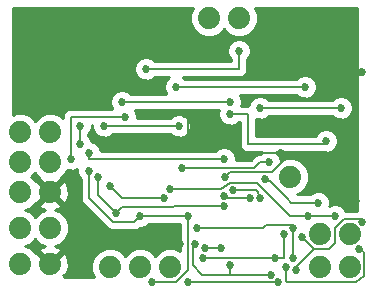
<source format=gbl>
G04 (created by PCBNEW (2013-jul-07)-stable) date Fri 27 Jan 2017 11:51:30 PM EST*
%MOIN*%
G04 Gerber Fmt 3.4, Leading zero omitted, Abs format*
%FSLAX34Y34*%
G01*
G70*
G90*
G04 APERTURE LIST*
%ADD10C,0.00590551*%
%ADD11C,0.074*%
%ADD12C,0.027*%
%ADD13C,0.006*%
%ADD14C,0.01*%
G04 APERTURE END LIST*
G54D10*
G54D11*
X8800Y-9100D03*
X9800Y-9100D03*
X8800Y-10100D03*
X9800Y-10100D03*
X8800Y-11100D03*
X9800Y-11100D03*
X15100Y-5300D03*
X16100Y-5300D03*
X9800Y-12300D03*
X8800Y-12300D03*
X8800Y-13500D03*
X9800Y-13500D03*
X13800Y-13600D03*
X12800Y-13600D03*
X11800Y-13600D03*
X18800Y-13600D03*
X19800Y-13600D03*
X19800Y-12500D03*
X18800Y-12500D03*
X17800Y-10600D03*
G54D12*
X18000Y-13700D03*
X17400Y-14100D03*
X14400Y-14100D03*
X14100Y-8900D03*
X11600Y-8900D03*
X14960Y-12952D03*
X15511Y-12952D03*
X18200Y-12600D03*
X20200Y-12100D03*
X10800Y-9500D03*
X10800Y-8900D03*
X14000Y-7600D03*
X18300Y-7600D03*
X13800Y-11000D03*
X19300Y-11900D03*
X18400Y-11900D03*
X14700Y-12300D03*
X17900Y-13300D03*
X17900Y-12300D03*
X13000Y-7000D03*
X16100Y-6400D03*
X18740Y-11456D03*
X16968Y-10669D03*
X12300Y-8600D03*
X10500Y-10000D03*
X20100Y-13000D03*
X17677Y-13602D03*
X17100Y-10100D03*
X14200Y-10300D03*
X11100Y-10400D03*
X14400Y-11900D03*
X13200Y-14100D03*
X12800Y-11900D03*
X11800Y-10900D03*
X13600Y-11300D03*
X11400Y-10600D03*
X12000Y-11800D03*
X15590Y-11574D03*
X14300Y-8500D03*
X15590Y-11220D03*
X16456Y-11299D03*
X15629Y-10590D03*
X15787Y-13543D03*
X17165Y-13858D03*
X14645Y-12834D03*
X14133Y-12834D03*
X10511Y-13228D03*
X14200Y-9500D03*
X17500Y-9800D03*
X19300Y-11400D03*
X20000Y-11400D03*
X18300Y-10100D03*
X18400Y-8800D03*
X20200Y-7100D03*
X19500Y-9900D03*
X15600Y-10000D03*
X11100Y-9800D03*
X15800Y-8100D03*
X12200Y-8100D03*
X16800Y-11300D03*
X15900Y-11042D03*
X17600Y-12500D03*
X17300Y-13300D03*
X14900Y-13300D03*
X19000Y-9400D03*
X15800Y-8500D03*
X16800Y-8300D03*
X19500Y-8300D03*
G54D13*
X18000Y-13600D02*
X18600Y-13000D01*
X18000Y-13700D02*
X18000Y-13600D01*
X17100Y-14100D02*
X17400Y-14100D01*
X14400Y-14100D02*
X17100Y-14100D01*
X11600Y-8900D02*
X14100Y-8900D01*
X14960Y-12952D02*
X15511Y-12952D01*
X18200Y-12600D02*
X18600Y-13000D01*
X18600Y-13000D02*
X19000Y-13000D01*
X19000Y-13000D02*
X19100Y-13000D01*
X19100Y-13000D02*
X19300Y-12800D01*
X19300Y-12800D02*
X19300Y-12300D01*
X19300Y-12300D02*
X19400Y-12200D01*
X19400Y-12200D02*
X19600Y-12000D01*
X19600Y-12000D02*
X20100Y-12000D01*
X20100Y-12000D02*
X20200Y-12100D01*
X10800Y-8900D02*
X10800Y-9500D01*
X14000Y-7600D02*
X18300Y-7600D01*
X17800Y-11900D02*
X18400Y-11900D01*
X16700Y-10800D02*
X17800Y-11900D01*
X15800Y-10800D02*
X16700Y-10800D01*
X15500Y-11000D02*
X15800Y-10800D01*
X15400Y-11000D02*
X15500Y-11000D01*
X13800Y-11000D02*
X15400Y-11000D01*
X18400Y-11900D02*
X19300Y-11900D01*
X17900Y-12200D02*
X17900Y-12300D01*
X17000Y-12200D02*
X17900Y-12200D01*
X16900Y-12300D02*
X17000Y-12200D01*
X14700Y-12300D02*
X16900Y-12300D01*
X17900Y-13200D02*
X17900Y-13300D01*
X17900Y-12300D02*
X17900Y-13200D01*
X16100Y-7000D02*
X13000Y-7000D01*
X16100Y-6400D02*
X16100Y-7000D01*
X17696Y-11318D02*
X17834Y-11456D01*
X17834Y-11456D02*
X18740Y-11456D01*
X17125Y-10748D02*
X17696Y-11318D01*
X17696Y-11318D02*
X17716Y-11338D01*
X17086Y-10748D02*
X17125Y-10748D01*
X16968Y-10748D02*
X17086Y-10748D01*
X16968Y-10669D02*
X16968Y-10748D01*
X10500Y-8600D02*
X12300Y-8600D01*
X10500Y-10000D02*
X10500Y-8600D01*
X17700Y-14100D02*
X19900Y-14100D01*
X19900Y-14100D02*
X20000Y-14100D01*
X20000Y-14100D02*
X20278Y-13900D01*
X20278Y-13900D02*
X20278Y-13100D01*
X20278Y-13100D02*
X20100Y-13000D01*
X17677Y-14077D02*
X17700Y-14100D01*
X17677Y-13602D02*
X17677Y-14077D01*
X16800Y-10100D02*
X17100Y-10100D01*
X16600Y-10300D02*
X16800Y-10100D01*
X14200Y-10300D02*
X16600Y-10300D01*
X12800Y-11900D02*
X12600Y-12100D01*
X11100Y-11300D02*
X11100Y-10400D01*
X11900Y-12100D02*
X11100Y-11300D01*
X12600Y-12100D02*
X11900Y-12100D01*
X13200Y-14100D02*
X14000Y-14100D01*
X14400Y-13700D02*
X14400Y-11900D01*
X14305Y-13794D02*
X14400Y-13700D01*
X14000Y-14100D02*
X14305Y-13794D01*
X12800Y-11900D02*
X14400Y-11900D01*
X12200Y-11300D02*
X11800Y-10900D01*
X13600Y-11300D02*
X12200Y-11300D01*
X13897Y-11600D02*
X13922Y-11574D01*
X13922Y-11574D02*
X15590Y-11574D01*
X12000Y-11800D02*
X11400Y-11200D01*
X11400Y-11200D02*
X11400Y-10600D01*
X12200Y-11600D02*
X12000Y-11800D01*
X13897Y-11600D02*
X12200Y-11600D01*
X14200Y-9500D02*
X14400Y-9300D01*
X14400Y-9300D02*
X14400Y-8600D01*
X14400Y-8600D02*
X14300Y-8500D01*
X15748Y-11299D02*
X15669Y-11220D01*
X15669Y-11220D02*
X15590Y-11220D01*
X15748Y-11299D02*
X15787Y-11299D01*
X16456Y-11299D02*
X15748Y-11299D01*
X17500Y-9800D02*
X17519Y-9819D01*
X17519Y-9819D02*
X17519Y-10118D01*
X17519Y-10118D02*
X17204Y-10433D01*
X17204Y-10433D02*
X15787Y-10433D01*
X15787Y-10433D02*
X15629Y-10590D01*
X15787Y-13858D02*
X15787Y-13543D01*
X13976Y-12834D02*
X11181Y-12834D01*
X17165Y-13858D02*
X15787Y-13858D01*
X15787Y-13858D02*
X14921Y-13858D01*
X14921Y-13858D02*
X14881Y-13858D01*
X14881Y-13858D02*
X14566Y-13543D01*
X14566Y-13543D02*
X14566Y-13307D01*
X14566Y-12913D02*
X14645Y-12834D01*
X14133Y-12834D02*
X13976Y-12834D01*
X14566Y-13267D02*
X14566Y-12913D01*
X14566Y-13307D02*
X14566Y-13267D01*
X10905Y-12834D02*
X10511Y-13228D01*
X11181Y-12834D02*
X10905Y-12834D01*
X17500Y-9800D02*
X16000Y-9800D01*
X15700Y-9500D02*
X16000Y-9800D01*
X15700Y-9500D02*
X14200Y-9500D01*
X20000Y-11400D02*
X19300Y-11400D01*
X19300Y-10100D02*
X18300Y-10100D01*
X19500Y-9900D02*
X19300Y-10100D01*
X18400Y-8800D02*
X20000Y-8800D01*
X20000Y-7300D02*
X20200Y-7100D01*
X20000Y-9900D02*
X20000Y-8800D01*
X20000Y-8800D02*
X20000Y-7300D01*
X19500Y-9900D02*
X20000Y-9900D01*
X11100Y-9800D02*
X11100Y-10000D01*
X11100Y-10000D02*
X11800Y-10000D01*
X12700Y-10000D02*
X11800Y-10000D01*
X15600Y-10000D02*
X12700Y-10000D01*
X11800Y-10000D02*
X11600Y-10000D01*
X12200Y-8100D02*
X15800Y-8100D01*
X16700Y-11042D02*
X16800Y-11300D01*
X15900Y-11042D02*
X16700Y-11042D01*
X17600Y-13300D02*
X17300Y-13300D01*
X17600Y-12500D02*
X17600Y-13300D01*
X14900Y-13300D02*
X17300Y-13300D01*
X18900Y-9500D02*
X19000Y-9400D01*
X16400Y-9500D02*
X18900Y-9500D01*
X16400Y-8500D02*
X16400Y-9500D01*
X15800Y-8500D02*
X16400Y-8500D01*
X19500Y-8300D02*
X16800Y-8300D01*
G54D10*
G36*
X14120Y-13061D02*
X13923Y-12980D01*
X13677Y-12979D01*
X13449Y-13074D01*
X13299Y-13223D01*
X13151Y-13074D01*
X12923Y-12980D01*
X12677Y-12979D01*
X12449Y-13074D01*
X12299Y-13223D01*
X12151Y-13074D01*
X11923Y-12980D01*
X11677Y-12979D01*
X11449Y-13074D01*
X11274Y-13248D01*
X11180Y-13476D01*
X11179Y-13722D01*
X11265Y-13930D01*
X10424Y-13930D01*
X10262Y-13930D01*
X10281Y-13910D01*
X10236Y-13865D01*
X10339Y-13829D01*
X10424Y-13598D01*
X10424Y-11198D01*
X10414Y-10952D01*
X10339Y-10770D01*
X10236Y-10734D01*
X9870Y-11100D01*
X10236Y-11465D01*
X10339Y-11429D01*
X10424Y-11198D01*
X10424Y-13598D01*
X10414Y-13352D01*
X10339Y-13170D01*
X10236Y-13134D01*
X9870Y-13500D01*
X9876Y-13505D01*
X9805Y-13576D01*
X9800Y-13570D01*
X9794Y-13576D01*
X9723Y-13505D01*
X9729Y-13500D01*
X9363Y-13134D01*
X9324Y-13147D01*
X9151Y-12974D01*
X8971Y-12899D01*
X9150Y-12825D01*
X9300Y-12676D01*
X9448Y-12825D01*
X9622Y-12897D01*
X9470Y-12960D01*
X9434Y-13063D01*
X9800Y-13429D01*
X10165Y-13063D01*
X10129Y-12960D01*
X9968Y-12901D01*
X10150Y-12825D01*
X10325Y-12651D01*
X10419Y-12423D01*
X10420Y-12177D01*
X10325Y-11949D01*
X10151Y-11774D01*
X9977Y-11702D01*
X10129Y-11639D01*
X10165Y-11536D01*
X9800Y-11170D01*
X9434Y-11536D01*
X9470Y-11639D01*
X9631Y-11698D01*
X9449Y-11774D01*
X9299Y-11923D01*
X9151Y-11774D01*
X8971Y-11699D01*
X9150Y-11625D01*
X9324Y-11452D01*
X9363Y-11465D01*
X9729Y-11100D01*
X9363Y-10734D01*
X9324Y-10747D01*
X9176Y-10599D01*
X9300Y-10476D01*
X9447Y-10624D01*
X9434Y-10663D01*
X9800Y-11029D01*
X10165Y-10663D01*
X10152Y-10624D01*
X10325Y-10451D01*
X10363Y-10360D01*
X10423Y-10384D01*
X10576Y-10385D01*
X10715Y-10327D01*
X10714Y-10476D01*
X10773Y-10617D01*
X10820Y-10664D01*
X10820Y-11300D01*
X10841Y-11407D01*
X10902Y-11497D01*
X11702Y-12297D01*
X11702Y-12297D01*
X11762Y-12338D01*
X11792Y-12358D01*
X11792Y-12358D01*
X11899Y-12379D01*
X11900Y-12380D01*
X12600Y-12380D01*
X12707Y-12358D01*
X12707Y-12358D01*
X12797Y-12297D01*
X12810Y-12285D01*
X12876Y-12285D01*
X13017Y-12226D01*
X13064Y-12180D01*
X14120Y-12180D01*
X14120Y-13061D01*
X14120Y-13061D01*
G37*
G54D14*
X14120Y-13061D02*
X13923Y-12980D01*
X13677Y-12979D01*
X13449Y-13074D01*
X13299Y-13223D01*
X13151Y-13074D01*
X12923Y-12980D01*
X12677Y-12979D01*
X12449Y-13074D01*
X12299Y-13223D01*
X12151Y-13074D01*
X11923Y-12980D01*
X11677Y-12979D01*
X11449Y-13074D01*
X11274Y-13248D01*
X11180Y-13476D01*
X11179Y-13722D01*
X11265Y-13930D01*
X10424Y-13930D01*
X10262Y-13930D01*
X10281Y-13910D01*
X10236Y-13865D01*
X10339Y-13829D01*
X10424Y-13598D01*
X10424Y-11198D01*
X10414Y-10952D01*
X10339Y-10770D01*
X10236Y-10734D01*
X9870Y-11100D01*
X10236Y-11465D01*
X10339Y-11429D01*
X10424Y-11198D01*
X10424Y-13598D01*
X10414Y-13352D01*
X10339Y-13170D01*
X10236Y-13134D01*
X9870Y-13500D01*
X9876Y-13505D01*
X9805Y-13576D01*
X9800Y-13570D01*
X9794Y-13576D01*
X9723Y-13505D01*
X9729Y-13500D01*
X9363Y-13134D01*
X9324Y-13147D01*
X9151Y-12974D01*
X8971Y-12899D01*
X9150Y-12825D01*
X9300Y-12676D01*
X9448Y-12825D01*
X9622Y-12897D01*
X9470Y-12960D01*
X9434Y-13063D01*
X9800Y-13429D01*
X10165Y-13063D01*
X10129Y-12960D01*
X9968Y-12901D01*
X10150Y-12825D01*
X10325Y-12651D01*
X10419Y-12423D01*
X10420Y-12177D01*
X10325Y-11949D01*
X10151Y-11774D01*
X9977Y-11702D01*
X10129Y-11639D01*
X10165Y-11536D01*
X9800Y-11170D01*
X9434Y-11536D01*
X9470Y-11639D01*
X9631Y-11698D01*
X9449Y-11774D01*
X9299Y-11923D01*
X9151Y-11774D01*
X8971Y-11699D01*
X9150Y-11625D01*
X9324Y-11452D01*
X9363Y-11465D01*
X9729Y-11100D01*
X9363Y-10734D01*
X9324Y-10747D01*
X9176Y-10599D01*
X9300Y-10476D01*
X9447Y-10624D01*
X9434Y-10663D01*
X9800Y-11029D01*
X10165Y-10663D01*
X10152Y-10624D01*
X10325Y-10451D01*
X10363Y-10360D01*
X10423Y-10384D01*
X10576Y-10385D01*
X10715Y-10327D01*
X10714Y-10476D01*
X10773Y-10617D01*
X10820Y-10664D01*
X10820Y-11300D01*
X10841Y-11407D01*
X10902Y-11497D01*
X11702Y-12297D01*
X11702Y-12297D01*
X11762Y-12338D01*
X11792Y-12358D01*
X11792Y-12358D01*
X11899Y-12379D01*
X11900Y-12380D01*
X12600Y-12380D01*
X12707Y-12358D01*
X12707Y-12358D01*
X12797Y-12297D01*
X12810Y-12285D01*
X12876Y-12285D01*
X13017Y-12226D01*
X13064Y-12180D01*
X14120Y-12180D01*
X14120Y-13061D01*
G54D10*
G36*
X16875Y-9780D02*
X16835Y-9820D01*
X16800Y-9820D01*
X16692Y-9841D01*
X16662Y-9861D01*
X16602Y-9902D01*
X16484Y-10020D01*
X15984Y-10020D01*
X15985Y-9923D01*
X15926Y-9782D01*
X15818Y-9673D01*
X15676Y-9615D01*
X15523Y-9614D01*
X15382Y-9673D01*
X15335Y-9720D01*
X12700Y-9720D01*
X11800Y-9720D01*
X11600Y-9720D01*
X11483Y-9720D01*
X11426Y-9582D01*
X11318Y-9473D01*
X11182Y-9417D01*
X11126Y-9282D01*
X11080Y-9235D01*
X11080Y-9164D01*
X11126Y-9118D01*
X11184Y-8976D01*
X11185Y-8880D01*
X11215Y-8880D01*
X11214Y-8976D01*
X11273Y-9117D01*
X11381Y-9226D01*
X11523Y-9284D01*
X11676Y-9285D01*
X11817Y-9226D01*
X11864Y-9180D01*
X13835Y-9180D01*
X13881Y-9226D01*
X14023Y-9284D01*
X14176Y-9285D01*
X14317Y-9226D01*
X14426Y-9118D01*
X14484Y-8976D01*
X14485Y-8823D01*
X14426Y-8682D01*
X14318Y-8573D01*
X14176Y-8515D01*
X14023Y-8514D01*
X13882Y-8573D01*
X13835Y-8620D01*
X12684Y-8620D01*
X12685Y-8523D01*
X12626Y-8382D01*
X12624Y-8380D01*
X15432Y-8380D01*
X15415Y-8423D01*
X15414Y-8576D01*
X15473Y-8717D01*
X15581Y-8826D01*
X15723Y-8884D01*
X15876Y-8885D01*
X16017Y-8826D01*
X16064Y-8780D01*
X16120Y-8780D01*
X16120Y-9500D01*
X16141Y-9607D01*
X16202Y-9697D01*
X16292Y-9758D01*
X16400Y-9780D01*
X16875Y-9780D01*
X16875Y-9780D01*
G37*
G54D14*
X16875Y-9780D02*
X16835Y-9820D01*
X16800Y-9820D01*
X16692Y-9841D01*
X16662Y-9861D01*
X16602Y-9902D01*
X16484Y-10020D01*
X15984Y-10020D01*
X15985Y-9923D01*
X15926Y-9782D01*
X15818Y-9673D01*
X15676Y-9615D01*
X15523Y-9614D01*
X15382Y-9673D01*
X15335Y-9720D01*
X12700Y-9720D01*
X11800Y-9720D01*
X11600Y-9720D01*
X11483Y-9720D01*
X11426Y-9582D01*
X11318Y-9473D01*
X11182Y-9417D01*
X11126Y-9282D01*
X11080Y-9235D01*
X11080Y-9164D01*
X11126Y-9118D01*
X11184Y-8976D01*
X11185Y-8880D01*
X11215Y-8880D01*
X11214Y-8976D01*
X11273Y-9117D01*
X11381Y-9226D01*
X11523Y-9284D01*
X11676Y-9285D01*
X11817Y-9226D01*
X11864Y-9180D01*
X13835Y-9180D01*
X13881Y-9226D01*
X14023Y-9284D01*
X14176Y-9285D01*
X14317Y-9226D01*
X14426Y-9118D01*
X14484Y-8976D01*
X14485Y-8823D01*
X14426Y-8682D01*
X14318Y-8573D01*
X14176Y-8515D01*
X14023Y-8514D01*
X13882Y-8573D01*
X13835Y-8620D01*
X12684Y-8620D01*
X12685Y-8523D01*
X12626Y-8382D01*
X12624Y-8380D01*
X15432Y-8380D01*
X15415Y-8423D01*
X15414Y-8576D01*
X15473Y-8717D01*
X15581Y-8826D01*
X15723Y-8884D01*
X15876Y-8885D01*
X16017Y-8826D01*
X16064Y-8780D01*
X16120Y-8780D01*
X16120Y-9500D01*
X16141Y-9607D01*
X16202Y-9697D01*
X16292Y-9758D01*
X16400Y-9780D01*
X16875Y-9780D01*
G54D10*
G36*
X20030Y-11720D02*
X19642Y-11720D01*
X19626Y-11682D01*
X19518Y-11573D01*
X19376Y-11515D01*
X19223Y-11514D01*
X19114Y-11560D01*
X19125Y-11533D01*
X19125Y-11380D01*
X19066Y-11238D01*
X18958Y-11130D01*
X18817Y-11071D01*
X18663Y-11071D01*
X18522Y-11130D01*
X18475Y-11176D01*
X18027Y-11176D01*
X18150Y-11125D01*
X18325Y-10951D01*
X18419Y-10723D01*
X18420Y-10477D01*
X18325Y-10249D01*
X18151Y-10074D01*
X17923Y-9980D01*
X17677Y-9979D01*
X17485Y-10059D01*
X17485Y-10023D01*
X17426Y-9882D01*
X17324Y-9780D01*
X18900Y-9780D01*
X18907Y-9778D01*
X18923Y-9784D01*
X19076Y-9785D01*
X19217Y-9726D01*
X19326Y-9618D01*
X19384Y-9476D01*
X19385Y-9323D01*
X19326Y-9182D01*
X19218Y-9073D01*
X19076Y-9015D01*
X18923Y-9014D01*
X18782Y-9073D01*
X18673Y-9181D01*
X18657Y-9220D01*
X16680Y-9220D01*
X16680Y-8667D01*
X16723Y-8684D01*
X16876Y-8685D01*
X17017Y-8626D01*
X17064Y-8580D01*
X19235Y-8580D01*
X19281Y-8626D01*
X19423Y-8684D01*
X19576Y-8685D01*
X19717Y-8626D01*
X19826Y-8518D01*
X19884Y-8376D01*
X19885Y-8223D01*
X19826Y-8082D01*
X19718Y-7973D01*
X19576Y-7915D01*
X19423Y-7914D01*
X19282Y-7973D01*
X19235Y-8020D01*
X17064Y-8020D01*
X17018Y-7973D01*
X16876Y-7915D01*
X16723Y-7914D01*
X16582Y-7973D01*
X16473Y-8081D01*
X16415Y-8223D01*
X16400Y-8220D01*
X16167Y-8220D01*
X16184Y-8176D01*
X16185Y-8023D01*
X16126Y-7882D01*
X16124Y-7880D01*
X18035Y-7880D01*
X18081Y-7926D01*
X18223Y-7984D01*
X18376Y-7985D01*
X18517Y-7926D01*
X18626Y-7818D01*
X18684Y-7676D01*
X18685Y-7523D01*
X18626Y-7382D01*
X18518Y-7273D01*
X18376Y-7215D01*
X18223Y-7214D01*
X18082Y-7273D01*
X18035Y-7320D01*
X14264Y-7320D01*
X14224Y-7280D01*
X16100Y-7280D01*
X16207Y-7258D01*
X16297Y-7197D01*
X16358Y-7107D01*
X16380Y-7000D01*
X16380Y-6664D01*
X16426Y-6618D01*
X16484Y-6476D01*
X16485Y-6323D01*
X16426Y-6182D01*
X16318Y-6073D01*
X16176Y-6015D01*
X16023Y-6014D01*
X15882Y-6073D01*
X15773Y-6181D01*
X15715Y-6323D01*
X15714Y-6476D01*
X15773Y-6617D01*
X15820Y-6664D01*
X15820Y-6720D01*
X13264Y-6720D01*
X13218Y-6673D01*
X13076Y-6615D01*
X12923Y-6614D01*
X12782Y-6673D01*
X12673Y-6781D01*
X12615Y-6923D01*
X12614Y-7076D01*
X12673Y-7217D01*
X12781Y-7326D01*
X12923Y-7384D01*
X13076Y-7385D01*
X13217Y-7326D01*
X13264Y-7280D01*
X13775Y-7280D01*
X13673Y-7381D01*
X13615Y-7523D01*
X13614Y-7676D01*
X13673Y-7817D01*
X13675Y-7820D01*
X12464Y-7820D01*
X12418Y-7773D01*
X12276Y-7715D01*
X12123Y-7714D01*
X11982Y-7773D01*
X11873Y-7881D01*
X11815Y-8023D01*
X11814Y-8176D01*
X11873Y-8317D01*
X11875Y-8320D01*
X10500Y-8320D01*
X10392Y-8341D01*
X10302Y-8402D01*
X10241Y-8492D01*
X10220Y-8600D01*
X10220Y-8643D01*
X10151Y-8574D01*
X9923Y-8480D01*
X9677Y-8479D01*
X9449Y-8574D01*
X9299Y-8723D01*
X9151Y-8574D01*
X8923Y-8480D01*
X8677Y-8479D01*
X8569Y-8524D01*
X8569Y-4969D01*
X14565Y-4969D01*
X14480Y-5176D01*
X14479Y-5422D01*
X14574Y-5650D01*
X14748Y-5825D01*
X14976Y-5919D01*
X15222Y-5920D01*
X15450Y-5825D01*
X15600Y-5676D01*
X15748Y-5825D01*
X15976Y-5919D01*
X16222Y-5920D01*
X16450Y-5825D01*
X16625Y-5651D01*
X16719Y-5423D01*
X16720Y-5177D01*
X16634Y-4969D01*
X20030Y-4969D01*
X20030Y-11720D01*
X20030Y-11720D01*
G37*
G54D14*
X20030Y-11720D02*
X19642Y-11720D01*
X19626Y-11682D01*
X19518Y-11573D01*
X19376Y-11515D01*
X19223Y-11514D01*
X19114Y-11560D01*
X19125Y-11533D01*
X19125Y-11380D01*
X19066Y-11238D01*
X18958Y-11130D01*
X18817Y-11071D01*
X18663Y-11071D01*
X18522Y-11130D01*
X18475Y-11176D01*
X18027Y-11176D01*
X18150Y-11125D01*
X18325Y-10951D01*
X18419Y-10723D01*
X18420Y-10477D01*
X18325Y-10249D01*
X18151Y-10074D01*
X17923Y-9980D01*
X17677Y-9979D01*
X17485Y-10059D01*
X17485Y-10023D01*
X17426Y-9882D01*
X17324Y-9780D01*
X18900Y-9780D01*
X18907Y-9778D01*
X18923Y-9784D01*
X19076Y-9785D01*
X19217Y-9726D01*
X19326Y-9618D01*
X19384Y-9476D01*
X19385Y-9323D01*
X19326Y-9182D01*
X19218Y-9073D01*
X19076Y-9015D01*
X18923Y-9014D01*
X18782Y-9073D01*
X18673Y-9181D01*
X18657Y-9220D01*
X16680Y-9220D01*
X16680Y-8667D01*
X16723Y-8684D01*
X16876Y-8685D01*
X17017Y-8626D01*
X17064Y-8580D01*
X19235Y-8580D01*
X19281Y-8626D01*
X19423Y-8684D01*
X19576Y-8685D01*
X19717Y-8626D01*
X19826Y-8518D01*
X19884Y-8376D01*
X19885Y-8223D01*
X19826Y-8082D01*
X19718Y-7973D01*
X19576Y-7915D01*
X19423Y-7914D01*
X19282Y-7973D01*
X19235Y-8020D01*
X17064Y-8020D01*
X17018Y-7973D01*
X16876Y-7915D01*
X16723Y-7914D01*
X16582Y-7973D01*
X16473Y-8081D01*
X16415Y-8223D01*
X16400Y-8220D01*
X16167Y-8220D01*
X16184Y-8176D01*
X16185Y-8023D01*
X16126Y-7882D01*
X16124Y-7880D01*
X18035Y-7880D01*
X18081Y-7926D01*
X18223Y-7984D01*
X18376Y-7985D01*
X18517Y-7926D01*
X18626Y-7818D01*
X18684Y-7676D01*
X18685Y-7523D01*
X18626Y-7382D01*
X18518Y-7273D01*
X18376Y-7215D01*
X18223Y-7214D01*
X18082Y-7273D01*
X18035Y-7320D01*
X14264Y-7320D01*
X14224Y-7280D01*
X16100Y-7280D01*
X16207Y-7258D01*
X16297Y-7197D01*
X16358Y-7107D01*
X16380Y-7000D01*
X16380Y-6664D01*
X16426Y-6618D01*
X16484Y-6476D01*
X16485Y-6323D01*
X16426Y-6182D01*
X16318Y-6073D01*
X16176Y-6015D01*
X16023Y-6014D01*
X15882Y-6073D01*
X15773Y-6181D01*
X15715Y-6323D01*
X15714Y-6476D01*
X15773Y-6617D01*
X15820Y-6664D01*
X15820Y-6720D01*
X13264Y-6720D01*
X13218Y-6673D01*
X13076Y-6615D01*
X12923Y-6614D01*
X12782Y-6673D01*
X12673Y-6781D01*
X12615Y-6923D01*
X12614Y-7076D01*
X12673Y-7217D01*
X12781Y-7326D01*
X12923Y-7384D01*
X13076Y-7385D01*
X13217Y-7326D01*
X13264Y-7280D01*
X13775Y-7280D01*
X13673Y-7381D01*
X13615Y-7523D01*
X13614Y-7676D01*
X13673Y-7817D01*
X13675Y-7820D01*
X12464Y-7820D01*
X12418Y-7773D01*
X12276Y-7715D01*
X12123Y-7714D01*
X11982Y-7773D01*
X11873Y-7881D01*
X11815Y-8023D01*
X11814Y-8176D01*
X11873Y-8317D01*
X11875Y-8320D01*
X10500Y-8320D01*
X10392Y-8341D01*
X10302Y-8402D01*
X10241Y-8492D01*
X10220Y-8600D01*
X10220Y-8643D01*
X10151Y-8574D01*
X9923Y-8480D01*
X9677Y-8479D01*
X9449Y-8574D01*
X9299Y-8723D01*
X9151Y-8574D01*
X8923Y-8480D01*
X8677Y-8479D01*
X8569Y-8524D01*
X8569Y-4969D01*
X14565Y-4969D01*
X14480Y-5176D01*
X14479Y-5422D01*
X14574Y-5650D01*
X14748Y-5825D01*
X14976Y-5919D01*
X15222Y-5920D01*
X15450Y-5825D01*
X15600Y-5676D01*
X15748Y-5825D01*
X15976Y-5919D01*
X16222Y-5920D01*
X16450Y-5825D01*
X16625Y-5651D01*
X16719Y-5423D01*
X16720Y-5177D01*
X16634Y-4969D01*
X20030Y-4969D01*
X20030Y-11720D01*
M02*

</source>
